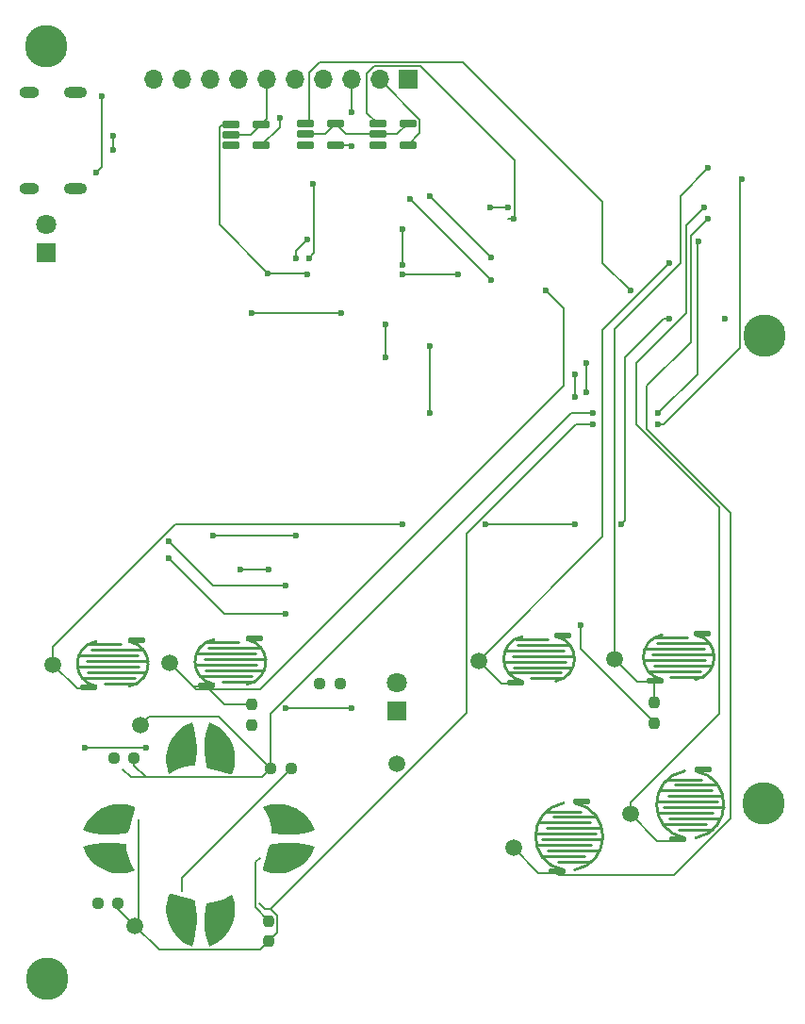
<source format=gbr>
%TF.GenerationSoftware,KiCad,Pcbnew,8.0.7*%
%TF.CreationDate,2025-01-02T12:18:16+01:00*%
%TF.ProjectId,redroid_go,72656472-6f69-4645-9f67-6f2e6b696361,rev?*%
%TF.SameCoordinates,Original*%
%TF.FileFunction,Copper,L1,Top*%
%TF.FilePolarity,Positive*%
%FSLAX46Y46*%
G04 Gerber Fmt 4.6, Leading zero omitted, Abs format (unit mm)*
G04 Created by KiCad (PCBNEW 8.0.7) date 2025-01-02 12:18:16*
%MOMM*%
%LPD*%
G01*
G04 APERTURE LIST*
G04 Aperture macros list*
%AMRoundRect*
0 Rectangle with rounded corners*
0 $1 Rounding radius*
0 $2 $3 $4 $5 $6 $7 $8 $9 X,Y pos of 4 corners*
0 Add a 4 corners polygon primitive as box body*
4,1,4,$2,$3,$4,$5,$6,$7,$8,$9,$2,$3,0*
0 Add four circle primitives for the rounded corners*
1,1,$1+$1,$2,$3*
1,1,$1+$1,$4,$5*
1,1,$1+$1,$6,$7*
1,1,$1+$1,$8,$9*
0 Add four rect primitives between the rounded corners*
20,1,$1+$1,$2,$3,$4,$5,0*
20,1,$1+$1,$4,$5,$6,$7,0*
20,1,$1+$1,$6,$7,$8,$9,0*
20,1,$1+$1,$8,$9,$2,$3,0*%
G04 Aperture macros list end*
%TA.AperFunction,EtchedComponent*%
%ADD10C,0.000000*%
%TD*%
%TA.AperFunction,EtchedComponent*%
%ADD11C,0.254000*%
%TD*%
%TA.AperFunction,SMDPad,CuDef*%
%ADD12RoundRect,0.250000X-0.258809X-0.965928X0.258829X0.965923X0.258809X0.965928X-0.258829X-0.965923X0*%
%TD*%
%TA.AperFunction,SMDPad,CuDef*%
%ADD13RoundRect,0.250000X-0.258829X0.965923X0.258809X-0.965928X0.258829X-0.965923X-0.258809X0.965928X0*%
%TD*%
%TA.AperFunction,SMDPad,CuDef*%
%ADD14RoundRect,0.250000X0.965923X0.258829X-0.965928X-0.258809X-0.965923X-0.258829X0.965928X0.258809X0*%
%TD*%
%TA.AperFunction,SMDPad,CuDef*%
%ADD15RoundRect,0.250000X-0.965928X0.258809X0.965923X-0.258829X0.965928X-0.258809X-0.965923X0.258829X0*%
%TD*%
%TA.AperFunction,SMDPad,CuDef*%
%ADD16C,1.500000*%
%TD*%
%TA.AperFunction,ComponentPad*%
%ADD17C,3.800000*%
%TD*%
%TA.AperFunction,ComponentPad*%
%ADD18R,1.700000X1.700000*%
%TD*%
%TA.AperFunction,ComponentPad*%
%ADD19O,1.700000X1.700000*%
%TD*%
%TA.AperFunction,SMDPad,CuDef*%
%ADD20RoundRect,0.250000X0.965928X-0.258809X-0.965923X0.258829X-0.965928X0.258809X0.965923X-0.258829X0*%
%TD*%
%TA.AperFunction,SMDPad,CuDef*%
%ADD21RoundRect,0.250000X-0.965923X-0.258829X0.965928X0.258809X0.965923X0.258829X-0.965928X-0.258809X0*%
%TD*%
%TA.AperFunction,SMDPad,CuDef*%
%ADD22RoundRect,0.127000X-0.623000X-0.127000X0.623000X-0.127000X0.623000X0.127000X-0.623000X0.127000X0*%
%TD*%
%TA.AperFunction,SMDPad,CuDef*%
%ADD23RoundRect,0.127000X0.623000X0.127000X-0.623000X0.127000X-0.623000X-0.127000X0.623000X-0.127000X0*%
%TD*%
%TA.AperFunction,SMDPad,CuDef*%
%ADD24RoundRect,0.237500X-0.237500X0.250000X-0.237500X-0.250000X0.237500X-0.250000X0.237500X0.250000X0*%
%TD*%
%TA.AperFunction,ComponentPad*%
%ADD25R,1.800000X1.800000*%
%TD*%
%TA.AperFunction,ComponentPad*%
%ADD26C,1.800000*%
%TD*%
%TA.AperFunction,SMDPad,CuDef*%
%ADD27RoundRect,0.250000X0.258809X0.965928X-0.258829X-0.965923X-0.258809X-0.965928X0.258829X0.965923X0*%
%TD*%
%TA.AperFunction,SMDPad,CuDef*%
%ADD28RoundRect,0.250000X0.258829X-0.965923X-0.258809X0.965928X-0.258829X0.965923X0.258809X-0.965928X0*%
%TD*%
%TA.AperFunction,SMDPad,CuDef*%
%ADD29RoundRect,0.237500X-0.250000X-0.237500X0.250000X-0.237500X0.250000X0.237500X-0.250000X0.237500X0*%
%TD*%
%TA.AperFunction,SMDPad,CuDef*%
%ADD30RoundRect,0.162500X-0.617500X-0.162500X0.617500X-0.162500X0.617500X0.162500X-0.617500X0.162500X0*%
%TD*%
%TA.AperFunction,SMDPad,CuDef*%
%ADD31RoundRect,0.237500X0.237500X-0.250000X0.237500X0.250000X-0.237500X0.250000X-0.237500X-0.250000X0*%
%TD*%
%TA.AperFunction,SMDPad,CuDef*%
%ADD32RoundRect,0.237500X0.250000X0.237500X-0.250000X0.237500X-0.250000X-0.237500X0.250000X-0.237500X0*%
%TD*%
%TA.AperFunction,ComponentPad*%
%ADD33O,2.100000X1.000000*%
%TD*%
%TA.AperFunction,ComponentPad*%
%ADD34O,1.800000X1.000000*%
%TD*%
%TA.AperFunction,ViaPad*%
%ADD35C,0.600000*%
%TD*%
%TA.AperFunction,Conductor*%
%ADD36C,0.200000*%
%TD*%
G04 APERTURE END LIST*
D10*
%TA.AperFunction,EtchedComponent*%
%TO.C,SW3*%
G36*
X137576790Y-118056160D02*
G01*
X138707921Y-118193046D01*
X138754203Y-118638249D01*
X138828972Y-119025248D01*
X138937190Y-119404273D01*
X139078027Y-119772411D01*
X139250418Y-120126886D01*
X139495430Y-120535706D01*
X139069933Y-120674267D01*
X138706960Y-120751667D01*
X138337885Y-120790703D01*
X137966752Y-120790946D01*
X137597626Y-120752394D01*
X137234552Y-120675468D01*
X136881508Y-120561013D01*
X136542362Y-120410281D01*
X136220829Y-120224924D01*
X135920433Y-120006975D01*
X135644465Y-119758818D01*
X135395948Y-119483175D01*
X135176622Y-119181714D01*
X134808815Y-118461021D01*
X135404196Y-118282723D01*
X135939161Y-118165246D01*
X136481408Y-118088075D01*
X137027907Y-118051642D01*
X137576790Y-118056160D01*
G37*
%TD.AperFunction*%
%TA.AperFunction,EtchedComponent*%
G36*
X138337885Y-114609297D02*
G01*
X138706960Y-114648333D01*
X139069933Y-114725733D01*
X139495430Y-114864294D01*
X139250418Y-115273114D01*
X139078027Y-115627589D01*
X138937190Y-115995727D01*
X138828972Y-116374752D01*
X138754203Y-116761751D01*
X138707921Y-117206954D01*
X137576790Y-117343840D01*
X137027907Y-117348358D01*
X136481408Y-117311925D01*
X135939161Y-117234754D01*
X135404196Y-117117277D01*
X134808815Y-116938979D01*
X135176622Y-116218286D01*
X135395948Y-115916825D01*
X135644465Y-115641182D01*
X135920433Y-115393025D01*
X136220829Y-115175076D01*
X136542362Y-114989719D01*
X136881508Y-114838987D01*
X137234552Y-114724532D01*
X137597626Y-114647606D01*
X137966752Y-114609054D01*
X138337885Y-114609297D01*
G37*
%TD.AperFunction*%
%TA.AperFunction,EtchedComponent*%
%TO.C,SW1*%
G36*
X146881714Y-107576622D02*
G01*
X147183175Y-107795948D01*
X147458818Y-108044465D01*
X147706975Y-108320433D01*
X147924924Y-108620829D01*
X148110281Y-108942362D01*
X148261013Y-109281508D01*
X148375468Y-109634552D01*
X148452394Y-109997626D01*
X148490946Y-110366752D01*
X148490703Y-110737885D01*
X148451667Y-111106960D01*
X148374267Y-111469933D01*
X148235706Y-111895430D01*
X147826886Y-111650418D01*
X147472411Y-111478027D01*
X147104273Y-111337190D01*
X146725248Y-111228972D01*
X146338249Y-111154203D01*
X145893046Y-111107921D01*
X145756160Y-109976790D01*
X145751642Y-109427907D01*
X145788075Y-108881408D01*
X145865246Y-108339161D01*
X145982723Y-107804196D01*
X146161021Y-107208815D01*
X146881714Y-107576622D01*
G37*
%TD.AperFunction*%
%TA.AperFunction,EtchedComponent*%
G36*
X144817277Y-107804196D02*
G01*
X144934754Y-108339161D01*
X145011925Y-108881408D01*
X145048358Y-109427907D01*
X145043840Y-109976790D01*
X144906954Y-111107921D01*
X144461751Y-111154203D01*
X144074752Y-111228972D01*
X143695727Y-111337190D01*
X143327589Y-111478027D01*
X142973114Y-111650418D01*
X142564294Y-111895430D01*
X142425733Y-111469933D01*
X142348333Y-111106960D01*
X142309297Y-110737885D01*
X142309054Y-110366752D01*
X142347606Y-109997626D01*
X142424532Y-109634552D01*
X142538987Y-109281508D01*
X142689719Y-108942362D01*
X142875076Y-108620829D01*
X143093025Y-108320433D01*
X143341182Y-108044465D01*
X143616825Y-107795948D01*
X143918286Y-107576622D01*
X144638979Y-107208815D01*
X144817277Y-107804196D01*
G37*
%TD.AperFunction*%
%TA.AperFunction,EtchedComponent*%
%TO.C,SW2*%
G36*
X142973114Y-122949582D02*
G01*
X143327589Y-123121973D01*
X143695727Y-123262810D01*
X144074752Y-123371028D01*
X144461751Y-123445797D01*
X144906954Y-123492079D01*
X145043840Y-124623210D01*
X145048358Y-125172093D01*
X145011925Y-125718592D01*
X144934754Y-126260839D01*
X144817277Y-126795804D01*
X144638979Y-127391185D01*
X143918286Y-127023378D01*
X143616825Y-126804052D01*
X143341182Y-126555535D01*
X143093025Y-126279567D01*
X142875076Y-125979171D01*
X142689719Y-125657638D01*
X142538987Y-125318492D01*
X142424532Y-124965448D01*
X142347606Y-124602374D01*
X142309054Y-124233248D01*
X142309297Y-123862115D01*
X142348333Y-123493040D01*
X142425733Y-123130067D01*
X142564294Y-122704570D01*
X142973114Y-122949582D01*
G37*
%TD.AperFunction*%
%TA.AperFunction,EtchedComponent*%
G36*
X148374267Y-123130067D02*
G01*
X148451667Y-123493040D01*
X148490703Y-123862115D01*
X148490946Y-124233248D01*
X148452394Y-124602374D01*
X148375468Y-124965448D01*
X148261013Y-125318492D01*
X148110281Y-125657638D01*
X147924924Y-125979171D01*
X147706975Y-126279567D01*
X147458818Y-126555535D01*
X147183175Y-126804052D01*
X146881714Y-127023378D01*
X146161021Y-127391185D01*
X145982723Y-126795804D01*
X145865246Y-126260839D01*
X145788075Y-125718592D01*
X145751642Y-125172093D01*
X145756160Y-124623210D01*
X145893046Y-123492079D01*
X146338249Y-123445797D01*
X146725248Y-123371028D01*
X147104273Y-123262810D01*
X147472411Y-123121973D01*
X147826886Y-122949582D01*
X148235706Y-122704570D01*
X148374267Y-123130067D01*
G37*
%TD.AperFunction*%
D11*
%TO.C,SW8*%
X189100000Y-99650000D02*
X186200000Y-99650000D01*
X190300000Y-102650000D02*
X185600000Y-102650000D01*
X190500000Y-103150000D02*
X187600000Y-103150000D01*
X190600000Y-100650000D02*
X185400000Y-100650000D01*
X190700000Y-101650000D02*
X185300000Y-101650000D01*
X191100000Y-100150000D02*
X186400000Y-100150000D01*
X191300000Y-102150000D02*
X186100000Y-102150000D01*
X191500000Y-101150000D02*
X186000000Y-101150000D01*
X186850000Y-103400000D02*
G75*
G02*
X186850000Y-99400000I352654J2000000D01*
G01*
X189850000Y-99400000D02*
G75*
G02*
X189850000Y-103400000I-352654J-2000000D01*
G01*
%TO.C,SW9*%
X175500000Y-117250000D02*
X180900000Y-117250000D01*
X176100000Y-119250000D02*
X179900000Y-119250000D01*
X176500000Y-116750000D02*
X181400000Y-116750000D01*
X176600000Y-118750000D02*
X181200000Y-118750000D01*
X177500000Y-119750000D02*
X180500000Y-119750000D01*
X179500000Y-115250000D02*
X176500000Y-115250000D01*
X180400000Y-116250000D02*
X175800000Y-116250000D01*
X180500000Y-118250000D02*
X175600000Y-118250000D01*
X180900000Y-115750000D02*
X177100000Y-115750000D01*
X181500000Y-117750000D02*
X176100000Y-117750000D01*
X178000000Y-120500000D02*
G75*
G02*
X177999998Y-114500000I528980J3000000D01*
G01*
X179000000Y-114500000D02*
G75*
G02*
X179000002Y-120500000I-528980J-3000000D01*
G01*
%TO.C,SW7*%
X176550000Y-99800000D02*
X173650000Y-99800000D01*
X177750000Y-102800000D02*
X173050000Y-102800000D01*
X177950000Y-103300000D02*
X175050000Y-103300000D01*
X178050000Y-100800000D02*
X172850000Y-100800000D01*
X178150000Y-101800000D02*
X172750000Y-101800000D01*
X178550000Y-100300000D02*
X173850000Y-100300000D01*
X178750000Y-102300000D02*
X173550000Y-102300000D01*
X178950000Y-101300000D02*
X173450000Y-101300000D01*
X174300000Y-103550000D02*
G75*
G02*
X174300000Y-99550000I352654J2000000D01*
G01*
X177300000Y-99550000D02*
G75*
G02*
X177300000Y-103550000I-352654J-2000000D01*
G01*
D10*
%TA.AperFunction,EtchedComponent*%
%TO.C,SW4*%
G36*
X154018592Y-118088075D02*
G01*
X154560839Y-118165246D01*
X155095804Y-118282723D01*
X155691185Y-118461021D01*
X155323378Y-119181714D01*
X155104052Y-119483175D01*
X154855535Y-119758818D01*
X154579567Y-120006975D01*
X154279171Y-120224924D01*
X153957638Y-120410281D01*
X153618492Y-120561013D01*
X153265448Y-120675468D01*
X152902374Y-120752394D01*
X152533248Y-120790946D01*
X152162115Y-120790703D01*
X151793040Y-120751667D01*
X151430067Y-120674267D01*
X151004570Y-120535706D01*
X151249582Y-120126886D01*
X151421973Y-119772411D01*
X151562810Y-119404273D01*
X151671028Y-119025248D01*
X151745797Y-118638249D01*
X151792079Y-118193046D01*
X152923210Y-118056160D01*
X153472093Y-118051642D01*
X154018592Y-118088075D01*
G37*
%TD.AperFunction*%
%TA.AperFunction,EtchedComponent*%
G36*
X152902374Y-114647606D02*
G01*
X153265448Y-114724532D01*
X153618492Y-114838987D01*
X153957638Y-114989719D01*
X154279171Y-115175076D01*
X154579567Y-115393025D01*
X154855535Y-115641182D01*
X155104052Y-115916825D01*
X155323378Y-116218286D01*
X155691185Y-116938979D01*
X155095804Y-117117277D01*
X154560839Y-117234754D01*
X154018592Y-117311925D01*
X153472093Y-117348358D01*
X152923210Y-117343840D01*
X151792079Y-117206954D01*
X151745797Y-116761751D01*
X151671028Y-116374752D01*
X151562810Y-115995727D01*
X151421973Y-115627589D01*
X151249582Y-115273114D01*
X151004570Y-114864294D01*
X151430067Y-114725733D01*
X151793040Y-114648333D01*
X152162115Y-114609297D01*
X152533248Y-114609054D01*
X152902374Y-114647606D01*
G37*
%TD.AperFunction*%
D11*
%TO.C,SW5*%
X138250000Y-100250000D02*
X135350000Y-100250000D01*
X139450000Y-103250000D02*
X134750000Y-103250000D01*
X139650000Y-103750000D02*
X136750000Y-103750000D01*
X139750000Y-101250000D02*
X134550000Y-101250000D01*
X139850000Y-102250000D02*
X134450000Y-102250000D01*
X140250000Y-100750000D02*
X135550000Y-100750000D01*
X140450000Y-102750000D02*
X135250000Y-102750000D01*
X140650000Y-101750000D02*
X135150000Y-101750000D01*
X136000000Y-104000000D02*
G75*
G02*
X136000000Y-100000000I352654J2000000D01*
G01*
X139000000Y-100000000D02*
G75*
G02*
X139000000Y-104000000I-352654J-2000000D01*
G01*
%TO.C,SW10*%
X186375000Y-114375000D02*
X191775000Y-114375000D01*
X186975000Y-116375000D02*
X190775000Y-116375000D01*
X187375000Y-113875000D02*
X192275000Y-113875000D01*
X187475000Y-115875000D02*
X192075000Y-115875000D01*
X188375000Y-116875000D02*
X191375000Y-116875000D01*
X190375000Y-112375000D02*
X187375000Y-112375000D01*
X191275000Y-113375000D02*
X186675000Y-113375000D01*
X191375000Y-115375000D02*
X186475000Y-115375000D01*
X191775000Y-112875000D02*
X187975000Y-112875000D01*
X192375000Y-114875000D02*
X186975000Y-114875000D01*
X188875000Y-117625000D02*
G75*
G02*
X188874998Y-111625000I528980J3000000D01*
G01*
X189875000Y-111625000D02*
G75*
G02*
X189875002Y-117625000I-528980J-3000000D01*
G01*
%TO.C,SW6*%
X148825000Y-100075000D02*
X145925000Y-100075000D01*
X150025000Y-103075000D02*
X145325000Y-103075000D01*
X150225000Y-103575000D02*
X147325000Y-103575000D01*
X150325000Y-101075000D02*
X145125000Y-101075000D01*
X150425000Y-102075000D02*
X145025000Y-102075000D01*
X150825000Y-100575000D02*
X146125000Y-100575000D01*
X151025000Y-102575000D02*
X145825000Y-102575000D01*
X151225000Y-101575000D02*
X145725000Y-101575000D01*
X146575000Y-103825000D02*
G75*
G02*
X146575000Y-99825000I352654J2000000D01*
G01*
X149575000Y-99825000D02*
G75*
G02*
X149575000Y-103825000I-352654J-2000000D01*
G01*
%TD*%
D12*
%TO.P,SW3,P$ACTIVE,P$ACTIVE*%
%TO.N,IO34*%
X139000000Y-116000000D03*
D13*
%TO.P,SW3,P$GND,P$GND*%
%TO.N,P3V3*%
X138000000Y-119400000D03*
%TD*%
D14*
%TO.P,SW1,P$GND,P$GND*%
%TO.N,P3V3*%
X143700000Y-110400000D03*
D15*
%TO.P,SW1,P$ACTIVE,P$ACTIVE*%
%TO.N,N/C*%
X147100000Y-111400000D03*
%TD*%
D16*
%TO.P,TP12,1,1*%
%TO.N,GND*%
X163000000Y-111000000D03*
%TD*%
D17*
%TO.P,H4,1,1*%
%TO.N,unconnected-(H4-Pad1)*%
X196050000Y-72500000D03*
%TD*%
%TO.P,H3,1,1*%
%TO.N,unconnected-(H3-Pad1)*%
X131650000Y-130250000D03*
%TD*%
%TO.P,H2,1,1*%
%TO.N,unconnected-(H2-Pad1)*%
X131550000Y-46500000D03*
%TD*%
%TO.P,H1,1,1*%
%TO.N,unconnected-(H1-Pad1)*%
X196000000Y-114500000D03*
%TD*%
D18*
%TO.P,J4,1,Pin_1*%
%TO.N,GND*%
X164000000Y-49500000D03*
D19*
%TO.P,J4,2,Pin_2*%
%TO.N,Net-(J4-Pin_2)*%
X161460000Y-49500000D03*
%TO.P,J4,3,Pin_3*%
%TO.N,Net-(J4-Pin_3)*%
X158920000Y-49500000D03*
%TO.P,J4,4,Pin_4*%
%TO.N,IO15*%
X156380000Y-49500000D03*
%TO.P,J4,5,Pin_5*%
%TO.N,IO4*%
X153840000Y-49500000D03*
%TO.P,J4,6,Pin_6*%
%TO.N,P3V3*%
X151300000Y-49500000D03*
%TO.P,J4,7,Pin_7*%
%TO.N,MISO*%
X148760000Y-49500000D03*
%TO.P,J4,8,Pin_8*%
%TO.N,Net-(J4-Pin_8)*%
X146220000Y-49500000D03*
%TO.P,J4,9,Pin_9*%
%TO.N,unconnected-(J4-Pin_9-Pad9)*%
X143680000Y-49500000D03*
%TO.P,J4,10,Pin_10*%
%TO.N,VBUS*%
X141140000Y-49500000D03*
%TD*%
D20*
%TO.P,SW2,P$ACTIVE,P$ACTIVE*%
%TO.N,Net-(R11-Pad2)*%
X143700000Y-123200000D03*
D21*
%TO.P,SW2,P$GND,P$GND*%
%TO.N,P3V3*%
X147100000Y-124200000D03*
%TD*%
D22*
%TO.P,SW8,P$ACTIVE,P$ACTIVE*%
%TO.N,GND*%
X190475000Y-99275000D03*
D23*
%TO.P,SW8,P$GND,P$GND*%
%TO.N,IO39*%
X186225000Y-103525000D03*
%TD*%
D24*
%TO.P,R15,1*%
%TO.N,IO39*%
X186100000Y-105487500D03*
%TO.P,R15,2*%
%TO.N,P3V3*%
X186100000Y-107312500D03*
%TD*%
D22*
%TO.P,SW9,P$ACTIVE,P$ACTIVE*%
%TO.N,GND*%
X179625000Y-114375000D03*
D23*
%TO.P,SW9,P$GND,P$GND*%
%TO.N,IO33*%
X177375000Y-120625000D03*
%TD*%
D22*
%TO.P,SW7,P$ACTIVE,P$ACTIVE*%
%TO.N,GND*%
X177925000Y-99425000D03*
D23*
%TO.P,SW7,P$GND,P$GND*%
%TO.N,IO27*%
X173675000Y-103675000D03*
%TD*%
D16*
%TO.P,TP9,1,1*%
%TO.N,IO33*%
X173500000Y-118500000D03*
%TD*%
D25*
%TO.P,D3,1,K*%
%TO.N,GND*%
X163000000Y-106270000D03*
D26*
%TO.P,D3,2,A*%
%TO.N,Net-(D3-A)*%
X163000000Y-103730000D03*
%TD*%
D16*
%TO.P,TP8,1,1*%
%TO.N,IO39*%
X182550000Y-101550000D03*
%TD*%
D27*
%TO.P,SW4,P$ACTIVE,P$ACTIVE*%
%TO.N,Net-(R12-Pad2)*%
X151500000Y-119400000D03*
D28*
%TO.P,SW4,P$GND,P$GND*%
%TO.N,P3V3*%
X152500000Y-116000000D03*
%TD*%
D22*
%TO.P,SW5,P$ACTIVE,P$ACTIVE*%
%TO.N,GND*%
X139625000Y-99875000D03*
D23*
%TO.P,SW5,P$GND,P$GND*%
%TO.N,IO13*%
X135375000Y-104125000D03*
%TD*%
D29*
%TO.P,R13,1*%
%TO.N,GND*%
X137587500Y-110500000D03*
%TO.P,R13,2*%
%TO.N,IO35*%
X139412500Y-110500000D03*
%TD*%
D22*
%TO.P,SW10,P$ACTIVE,P$ACTIVE*%
%TO.N,GND*%
X190500000Y-111500000D03*
D23*
%TO.P,SW10,P$GND,P$GND*%
%TO.N,IO32*%
X188250000Y-117750000D03*
%TD*%
D16*
%TO.P,TP5,1,1*%
%TO.N,IO35*%
X140000000Y-107500000D03*
%TD*%
%TO.P,TP6,1,1*%
%TO.N,IO34*%
X139500000Y-125500000D03*
%TD*%
D22*
%TO.P,SW6,P$ACTIVE,P$ACTIVE*%
%TO.N,GND*%
X150200000Y-99700000D03*
D23*
%TO.P,SW6,P$GND,P$GND*%
%TO.N,IO0*%
X145950000Y-103950000D03*
%TD*%
D30*
%TO.P,U9,1,~{OE}*%
%TO.N,MOSI*%
X148150000Y-53550000D03*
%TO.P,U9,2,A*%
%TO.N,P3V3*%
X148150000Y-54500000D03*
%TO.P,U9,3,GND*%
%TO.N,GND*%
X148150000Y-55450000D03*
%TO.P,U9,4,Y*%
%TO.N,Net-(J4-Pin_8)*%
X150850000Y-55450000D03*
%TO.P,U9,5,VCC*%
%TO.N,P3V3*%
X150850000Y-53550000D03*
%TD*%
D29*
%TO.P,R11,1*%
%TO.N,IO35*%
X151675000Y-111412500D03*
%TO.P,R11,2*%
%TO.N,Net-(R11-Pad2)*%
X153500000Y-111412500D03*
%TD*%
D31*
%TO.P,R12,1*%
%TO.N,IO34*%
X151500000Y-126912500D03*
%TO.P,R12,2*%
%TO.N,Net-(R12-Pad2)*%
X151500000Y-125087500D03*
%TD*%
D25*
%TO.P,D2,1,K*%
%TO.N,Net-(D2-K)*%
X131500000Y-65040000D03*
D26*
%TO.P,D2,2,A*%
%TO.N,Net-(D2-A)*%
X131500000Y-62500000D03*
%TD*%
D24*
%TO.P,R16,1*%
%TO.N,IO0*%
X150000000Y-105675000D03*
%TO.P,R16,2*%
%TO.N,P3V3*%
X150000000Y-107500000D03*
%TD*%
D29*
%TO.P,R14,1*%
%TO.N,GND*%
X136175000Y-123500000D03*
%TO.P,R14,2*%
%TO.N,IO34*%
X138000000Y-123500000D03*
%TD*%
D16*
%TO.P,TP7,1,1*%
%TO.N,IO27*%
X170350000Y-101750000D03*
%TD*%
%TO.P,TP10,1,1*%
%TO.N,IO32*%
X184000000Y-115500000D03*
%TD*%
D30*
%TO.P,U8,1,~{OE}*%
%TO.N,IO12*%
X154800000Y-53500000D03*
%TO.P,U8,2,A*%
%TO.N,P3V3*%
X154800000Y-54450000D03*
%TO.P,U8,3,GND*%
%TO.N,GND*%
X154800000Y-55400000D03*
%TO.P,U8,4,Y*%
%TO.N,Net-(J4-Pin_3)*%
X157500000Y-55400000D03*
%TO.P,U8,5,VCC*%
%TO.N,P3V3*%
X157500000Y-53500000D03*
%TD*%
%TO.P,U7,1,~{OE}*%
%TO.N,SCK*%
X161300000Y-53500000D03*
%TO.P,U7,2,A*%
%TO.N,P3V3*%
X161300000Y-54450000D03*
%TO.P,U7,3,GND*%
%TO.N,GND*%
X161300000Y-55400000D03*
%TO.P,U7,4,Y*%
%TO.N,Net-(J4-Pin_2)*%
X164000000Y-55400000D03*
%TO.P,U7,5,VCC*%
%TO.N,P3V3*%
X164000000Y-53500000D03*
%TD*%
D32*
%TO.P,R18,1*%
%TO.N,Net-(D3-A)*%
X157912500Y-103750000D03*
%TO.P,R18,2*%
%TO.N,IO2*%
X156087500Y-103750000D03*
%TD*%
D16*
%TO.P,TP3,1,1*%
%TO.N,IO13*%
X132150000Y-102100000D03*
%TD*%
%TO.P,TP4,1,1*%
%TO.N,IO0*%
X142650000Y-101950000D03*
%TD*%
D33*
%TO.P,J1,SH1,SHELL_GND*%
%TO.N,GND*%
X134180000Y-59320000D03*
%TO.P,J1,SH2,SHELL_GND__1*%
%TO.N,unconnected-(J1-SHELL_GND__1-PadSH2)*%
X134180000Y-50680000D03*
D34*
%TO.P,J1,SH3,SHELL_GND__2*%
%TO.N,unconnected-(J1-SHELL_GND__2-PadSH3)*%
X130000000Y-59320000D03*
%TO.P,J1,SH4,SHELL_GND__3*%
%TO.N,unconnected-(J1-SHELL_GND__3-PadSH4)*%
X130000000Y-50680000D03*
%TD*%
D35*
%TO.N,IO33*%
X191000000Y-62000000D03*
%TO.N,IO32*%
X190600000Y-61050000D03*
%TO.N,D-*%
X137500000Y-55825000D03*
X137500000Y-54625000D03*
%TO.N,RESET*%
X164250000Y-60250000D03*
X171500000Y-67500000D03*
%TO.N,IO34*%
X194000000Y-58500000D03*
X186500000Y-80500000D03*
X180600000Y-80500000D03*
%TO.N,IO35*%
X190138527Y-64100000D03*
X186500000Y-79500000D03*
X180600000Y-79500000D03*
%TO.N,IO13*%
X179000000Y-89500000D03*
X187500000Y-71000000D03*
X183150000Y-89500000D03*
X171000000Y-89500000D03*
X163500000Y-89500000D03*
X192500000Y-71050000D03*
%TO.N,IO0*%
X176400000Y-68500000D03*
%TO.N,P3V3*%
X179500000Y-98500000D03*
%TO.N,IO39*%
X191000000Y-57500000D03*
%TO.N,IO27*%
X187500000Y-66000000D03*
%TO.N,IO12*%
X184000000Y-68500000D03*
%TO.N,SCK*%
X173500000Y-62000000D03*
%TO.N,MISO*%
X155500000Y-58900000D03*
X155134650Y-65565350D03*
%TO.N,IO0*%
X166000000Y-60000000D03*
X171500000Y-65500000D03*
%TO.N,Net-(J4-Pin_3)*%
X159000000Y-52500000D03*
%TO.N,VBUS*%
X136500000Y-51000000D03*
X136000000Y-57870000D03*
%TO.N,Net-(J4-Pin_8)*%
X152500000Y-53000000D03*
%TO.N,Net-(J4-Pin_3)*%
X159000000Y-55500000D03*
%TO.N,Net-(D2-K)*%
X153000000Y-97500000D03*
X142500000Y-92500000D03*
X153000000Y-106000000D03*
X159000000Y-106000000D03*
%TO.N,VBUS*%
X142500000Y-91000000D03*
X153000000Y-95000000D03*
%TO.N,IO26*%
X179000000Y-76000000D03*
X179000000Y-78000000D03*
X146500000Y-90500000D03*
X154000000Y-90500000D03*
%TO.N,IO25*%
X135000000Y-109500000D03*
X140500000Y-109500000D03*
%TO.N,P3V3*%
X180000000Y-77600000D03*
X180000000Y-75000000D03*
X151500000Y-93500000D03*
X149000000Y-93500000D03*
%TO.N,SCK*%
X150000000Y-70500000D03*
X158041421Y-70541421D03*
%TO.N,MOSI*%
X151424265Y-66924265D03*
X155000000Y-67000000D03*
%TO.N,CS1*%
X154000000Y-65565350D03*
X155000000Y-63900000D03*
%TO.N,Net-(Q3A-C1)*%
X166000000Y-79500000D03*
X166000000Y-73500000D03*
%TO.N,P3V3*%
X162000000Y-74500000D03*
X162000000Y-71500000D03*
%TO.N,MISO*%
X173000000Y-61000000D03*
X171400000Y-61000000D03*
%TO.N,MOSI*%
X163500000Y-63000000D03*
X163500000Y-66199997D03*
%TO.N,CS0*%
X168500000Y-67000000D03*
X163500000Y-67000000D03*
%TD*%
D36*
%TO.N,IO35*%
X139107930Y-112195430D02*
X140500000Y-112195430D01*
X139412500Y-110500000D02*
X139412500Y-111107930D01*
X140500000Y-112195430D02*
X150892070Y-112195430D01*
X139412500Y-111107930D02*
X140500000Y-112195430D01*
%TO.N,Net-(R11-Pad2)*%
X153500000Y-111412500D02*
X143700000Y-121212500D01*
X143700000Y-121212500D02*
X143700000Y-122404570D01*
%TO.N,IO34*%
X139500000Y-125500000D02*
X139795430Y-125204570D01*
X139795430Y-125204570D02*
X139795430Y-116000000D01*
%TO.N,IO33*%
X185500000Y-77000000D02*
X185500000Y-80934314D01*
X185500000Y-80934314D02*
X193000000Y-88434314D01*
X193000000Y-88434314D02*
X193000000Y-115894494D01*
X193000000Y-115894494D02*
X187894494Y-121000000D01*
X187894494Y-121000000D02*
X177556193Y-121000000D01*
X177556193Y-121000000D02*
X177317642Y-120761449D01*
%TO.N,IO35*%
X186500000Y-79500000D02*
X190000000Y-76000000D01*
X190000000Y-76000000D02*
X190000000Y-64238527D01*
X190000000Y-64238527D02*
X190138527Y-64100000D01*
%TO.N,IO34*%
X186500000Y-80500000D02*
X187000000Y-80500000D01*
X187000000Y-80500000D02*
X193850000Y-73650000D01*
X193850000Y-73650000D02*
X193850000Y-58650000D01*
X193850000Y-58650000D02*
X194000000Y-58500000D01*
%TO.N,IO32*%
X190600000Y-61000000D02*
X189000000Y-62600000D01*
X189000000Y-62600000D02*
X189000000Y-70500000D01*
X189000000Y-70500000D02*
X184500000Y-75000000D01*
X184500000Y-75000000D02*
X184500000Y-80500000D01*
X184000000Y-114439340D02*
X184000000Y-115500000D01*
X184500000Y-80500000D02*
X191963533Y-87963533D01*
X191963533Y-87963533D02*
X191963533Y-106475807D01*
X191963533Y-106475807D02*
X184000000Y-114439340D01*
%TO.N,IO33*%
X189400000Y-63600000D02*
X189400000Y-73100000D01*
X191000000Y-62000000D02*
X189400000Y-63600000D01*
X189400000Y-73100000D02*
X185500000Y-77000000D01*
%TO.N,IO39*%
X191000000Y-57500000D02*
X188500000Y-60000000D01*
X188500000Y-60000000D02*
X188500000Y-66000000D01*
X188500000Y-66000000D02*
X182550000Y-71950000D01*
X182550000Y-71950000D02*
X182550000Y-101550000D01*
%TO.N,IO13*%
X187500000Y-71000000D02*
X187000000Y-71000000D01*
X187000000Y-71000000D02*
X183500000Y-74500000D01*
X183500000Y-74500000D02*
X183500000Y-89150000D01*
X183500000Y-89150000D02*
X183150000Y-89500000D01*
%TO.N,IO27*%
X187500000Y-66000000D02*
X181500000Y-72000000D01*
X181500000Y-72000000D02*
X181500000Y-90600000D01*
X181500000Y-90600000D02*
X170350000Y-101750000D01*
%TO.N,IO35*%
X140000000Y-107500000D02*
X140750000Y-106750000D01*
X140750000Y-106750000D02*
X147012500Y-106750000D01*
X147012500Y-106750000D02*
X151675000Y-111412500D01*
X138412500Y-111500000D02*
X139107930Y-112195430D01*
X150892070Y-112195430D02*
X151675000Y-111412500D01*
%TO.N,IO34*%
X139500000Y-125500000D02*
X141691185Y-127691185D01*
X141691185Y-127691185D02*
X150721315Y-127691185D01*
X150721315Y-127691185D02*
X151500000Y-126912500D01*
%TO.N,Net-(R12-Pad2)*%
X151500000Y-125087500D02*
X150288464Y-123875964D01*
X150288464Y-123875964D02*
X150288464Y-119816106D01*
X150288464Y-119816106D02*
X150704570Y-119400000D01*
%TO.N,IO34*%
X151500000Y-124000000D02*
X151662500Y-124000000D01*
X151500000Y-124000000D02*
X151666722Y-124000000D01*
X151175000Y-124000000D02*
X151500000Y-124000000D01*
X151666722Y-124000000D02*
X152275000Y-124608278D01*
X152275000Y-124608278D02*
X152275000Y-126137500D01*
X152275000Y-126137500D02*
X151500000Y-126912500D01*
X169300000Y-90351471D02*
X179151471Y-80500000D01*
X151662500Y-124000000D02*
X169300000Y-106362500D01*
X169300000Y-106362500D02*
X169300000Y-90351471D01*
X179151471Y-80500000D02*
X179500000Y-80500000D01*
%TO.N,D-*%
X137500000Y-55825000D02*
X137500000Y-54625000D01*
%TO.N,RESET*%
X164250000Y-60250000D02*
X171500000Y-67500000D01*
%TO.N,IO34*%
X179151471Y-80500000D02*
X180600000Y-80500000D01*
X151175000Y-124000000D02*
X150688464Y-123513464D01*
%TO.N,IO35*%
X178575736Y-79575736D02*
X178651471Y-79500000D01*
X151675000Y-106476471D02*
X178575736Y-79575736D01*
X178575736Y-79575736D02*
X178651472Y-79500000D01*
X178651472Y-79500000D02*
X180600000Y-79500000D01*
X151675000Y-111412500D02*
X151675000Y-106476471D01*
%TO.N,IO13*%
X171000000Y-89500000D02*
X179000000Y-89500000D01*
X132150000Y-100501471D02*
X143151471Y-89500000D01*
X132150000Y-102100000D02*
X132150000Y-100501471D01*
X143151471Y-89500000D02*
X163500000Y-89500000D01*
X132150000Y-102100000D02*
X134285133Y-104235133D01*
X134285133Y-104235133D02*
X135323084Y-104235133D01*
%TO.N,IO0*%
X178000000Y-70100000D02*
X176400000Y-68500000D01*
X178000000Y-71000000D02*
X178000000Y-70100000D01*
X178000000Y-77000000D02*
X178000000Y-71000000D01*
X144983014Y-104283014D02*
X150716986Y-104283014D01*
X150716986Y-104283014D02*
X178000000Y-77000000D01*
X142650000Y-101950000D02*
X144983014Y-104283014D01*
X150000000Y-105675000D02*
X147512951Y-105675000D01*
X147512951Y-105675000D02*
X145898084Y-104060133D01*
X142650000Y-101950000D02*
X144760133Y-104060133D01*
X144760133Y-104060133D02*
X145898084Y-104060133D01*
%TO.N,P3V3*%
X179500000Y-100640221D02*
X179500000Y-98500000D01*
X186100000Y-107240221D02*
X179500000Y-100640221D01*
X186100000Y-107312500D02*
X186100000Y-107240221D01*
%TO.N,IO12*%
X184000000Y-68500000D02*
X181500000Y-66000000D01*
X181500000Y-66000000D02*
X181500000Y-60500000D01*
X181500000Y-60500000D02*
X168950000Y-47950000D01*
X168950000Y-47950000D02*
X156050000Y-47950000D01*
X156050000Y-47950000D02*
X155125000Y-48875000D01*
X155125000Y-48875000D02*
X155125000Y-53175000D01*
X155125000Y-53175000D02*
X154800000Y-53500000D01*
%TO.N,*%
X137188464Y-119421294D02*
X137188464Y-119400000D01*
X137152122Y-119421294D02*
X137188464Y-119421294D01*
%TO.N,IO34*%
X138000000Y-123500000D02*
X138000000Y-124000000D01*
X138000000Y-124000000D02*
X139500000Y-125500000D01*
%TO.N,IO27*%
X170350000Y-101750000D02*
X172385133Y-103785133D01*
X172385133Y-103785133D02*
X173623084Y-103785133D01*
%TO.N,IO39*%
X182550000Y-101550000D02*
X184635133Y-103635133D01*
X184635133Y-103635133D02*
X186173084Y-103635133D01*
X186100000Y-105487500D02*
X186100000Y-103708217D01*
X186100000Y-103708217D02*
X186173084Y-103635133D01*
%TO.N,IO33*%
X173500000Y-118500000D02*
X175761449Y-120761449D01*
X175761449Y-120761449D02*
X177317642Y-120761449D01*
%TO.N,IO32*%
X184000000Y-115500000D02*
X186386449Y-117886449D01*
X186386449Y-117886449D02*
X188192642Y-117886449D01*
%TO.N,MOSI*%
X148150000Y-53550000D02*
X147370001Y-53550000D01*
X147370001Y-53550000D02*
X147070000Y-53850001D01*
X147070000Y-53850001D02*
X147070000Y-62570000D01*
X147070000Y-62570000D02*
X151424265Y-66924265D01*
%TO.N,SCK*%
X173600000Y-61900000D02*
X173500000Y-62000000D01*
X173600000Y-56800000D02*
X173600000Y-61900000D01*
X165150000Y-48350000D02*
X173600000Y-56800000D01*
X160983654Y-48350000D02*
X165150000Y-48350000D01*
X160310000Y-49023654D02*
X160983654Y-48350000D01*
X160310000Y-52510000D02*
X160310000Y-49023654D01*
X161300000Y-53500000D02*
X160310000Y-52510000D01*
X173500000Y-62000000D02*
X173000000Y-62000000D01*
%TO.N,MISO*%
X155500000Y-58900000D02*
X155600000Y-59000000D01*
X155600000Y-59000000D02*
X155600000Y-65100000D01*
X155600000Y-65100000D02*
X155134650Y-65565350D01*
%TO.N,Net-(J4-Pin_8)*%
X152500000Y-53000000D02*
X152500000Y-53800000D01*
X152500000Y-53800000D02*
X150850000Y-55450000D01*
%TO.N,IO0*%
X171500000Y-65500000D02*
X166000000Y-60000000D01*
%TO.N,Net-(J4-Pin_3)*%
X159000000Y-52500000D02*
X159000000Y-51500000D01*
X159000000Y-51500000D02*
X158920000Y-51420000D01*
X158920000Y-51420000D02*
X158920000Y-49500000D01*
%TO.N,VBUS*%
X136500000Y-51000000D02*
X136500000Y-57370000D01*
X136500000Y-57370000D02*
X136000000Y-57870000D01*
%TO.N,Net-(J4-Pin_3)*%
X158900000Y-55400000D02*
X159000000Y-55500000D01*
X157500000Y-55400000D02*
X158900000Y-55400000D01*
%TO.N,P3V3*%
X157500000Y-53500000D02*
X158450000Y-54450000D01*
X158450000Y-54450000D02*
X161300000Y-54450000D01*
X150850000Y-53550000D02*
X151300000Y-53100000D01*
X151300000Y-53100000D02*
X151300000Y-49500000D01*
X150850000Y-53550000D02*
X149900000Y-54500000D01*
X149900000Y-54500000D02*
X148150000Y-54500000D01*
X157500000Y-53500000D02*
X156550000Y-54450000D01*
X156550000Y-54450000D02*
X154800000Y-54450000D01*
%TO.N,Net-(J4-Pin_2)*%
X164000000Y-55400000D02*
X165080000Y-54320000D01*
X165080000Y-54320000D02*
X165080000Y-53120000D01*
X165080000Y-53120000D02*
X161460000Y-49500000D01*
%TO.N,P3V3*%
X164000000Y-53500000D02*
X163050000Y-54450000D01*
X163050000Y-54450000D02*
X161300000Y-54450000D01*
%TO.N,Net-(D2-K)*%
X147500000Y-97500000D02*
X153000000Y-97500000D01*
X142500000Y-92500000D02*
X147500000Y-97500000D01*
X153000000Y-106000000D02*
X159000000Y-106000000D01*
%TO.N,VBUS*%
X146500000Y-95000000D02*
X142500000Y-91000000D01*
X153000000Y-95000000D02*
X146500000Y-95000000D01*
%TO.N,IO26*%
X146500000Y-90500000D02*
X154000000Y-90500000D01*
X179000000Y-78000000D02*
X179000000Y-76000000D01*
%TO.N,IO25*%
X140500000Y-109500000D02*
X135000000Y-109500000D01*
%TO.N,P3V3*%
X180000000Y-77600000D02*
X180000000Y-75000000D01*
X149000000Y-93500000D02*
X151500000Y-93500000D01*
%TO.N,SCK*%
X150000000Y-70500000D02*
X158000000Y-70500000D01*
X158000000Y-70500000D02*
X158041421Y-70541421D01*
%TO.N,MOSI*%
X151424265Y-66924265D02*
X154924265Y-66924265D01*
X154924265Y-66924265D02*
X155000000Y-67000000D01*
%TO.N,CS1*%
X154000000Y-65565350D02*
X154000000Y-64900000D01*
X154000000Y-64900000D02*
X155000000Y-63900000D01*
%TO.N,Net-(Q3A-C1)*%
X166000000Y-73500000D02*
X166000000Y-79500000D01*
%TO.N,P3V3*%
X162000000Y-71500000D02*
X162000000Y-74500000D01*
%TO.N,MISO*%
X171400000Y-61000000D02*
X173000000Y-61000000D01*
%TO.N,MOSI*%
X163500000Y-66199997D02*
X163500000Y-63000000D01*
%TO.N,CS0*%
X163500000Y-67000000D02*
X168500000Y-67000000D01*
%TD*%
M02*

</source>
